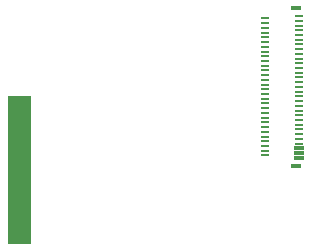
<source format=gts>
%TF.GenerationSoftware,KiCad,Pcbnew,9.0.3*%
%TF.CreationDate,2025-08-07T23:45:50+03:00*%
%TF.ProjectId,EVF_extender,4556465f-6578-4746-956e-6465722e6b69,rev?*%
%TF.SameCoordinates,Original*%
%TF.FileFunction,Soldermask,Top*%
%TF.FilePolarity,Negative*%
%FSLAX46Y46*%
G04 Gerber Fmt 4.6, Leading zero omitted, Abs format (unit mm)*
G04 Created by KiCad (PCBNEW 9.0.3) date 2025-08-07 23:45:50*
%MOMM*%
%LPD*%
G01*
G04 APERTURE LIST*
G04 Aperture macros list*
%AMRoundRect*
0 Rectangle with rounded corners*
0 $1 Rounding radius*
0 $2 $3 $4 $5 $6 $7 $8 $9 X,Y pos of 4 corners*
0 Add a 4 corners polygon primitive as box body*
4,1,4,$2,$3,$4,$5,$6,$7,$8,$9,$2,$3,0*
0 Add four circle primitives for the rounded corners*
1,1,$1+$1,$2,$3*
1,1,$1+$1,$4,$5*
1,1,$1+$1,$6,$7*
1,1,$1+$1,$8,$9*
0 Add four rect primitives between the rounded corners*
20,1,$1+$1,$2,$3,$4,$5,0*
20,1,$1+$1,$4,$5,$6,$7,0*
20,1,$1+$1,$6,$7,$8,$9,0*
20,1,$1+$1,$8,$9,$2,$3,0*%
G04 Aperture macros list end*
%ADD10C,0.100000*%
%ADD11R,0.950000X0.400000*%
%ADD12RoundRect,0.010000X0.400000X0.090000X-0.400000X0.090000X-0.400000X-0.090000X0.400000X-0.090000X0*%
%ADD13R,0.650000X0.180000*%
%ADD14R,0.800000X0.180000*%
%ADD15R,0.550000X0.180000*%
%ADD16R,0.700000X0.180000*%
G04 APERTURE END LIST*
D10*
%TO.C,J4*%
X134200000Y-91250000D02*
X132370000Y-91250000D01*
X132370000Y-78750000D01*
X134200000Y-78750000D01*
X134200000Y-91250000D01*
G36*
X134200000Y-91250000D02*
G01*
X132370000Y-91250000D01*
X132370000Y-78750000D01*
X134200000Y-78750000D01*
X134200000Y-91250000D01*
G37*
%TD*%
D11*
%TO.C,J3*%
X156735000Y-84700000D03*
X156735000Y-71300000D03*
D12*
X157010000Y-84000000D03*
D13*
X154135000Y-83800000D03*
D12*
X157010000Y-83600000D03*
D13*
X154135000Y-83400000D03*
D12*
X157010000Y-83200000D03*
D13*
X154135000Y-83000000D03*
D14*
X157010000Y-82800000D03*
D13*
X154135000Y-82600000D03*
D14*
X157010000Y-82400000D03*
D13*
X154135000Y-82200000D03*
D14*
X157010000Y-82000000D03*
D13*
X154135000Y-81800000D03*
D14*
X157010000Y-81600000D03*
D13*
X154135000Y-81400000D03*
D14*
X157010000Y-81200000D03*
D13*
X154135000Y-81000000D03*
D14*
X157010000Y-80800000D03*
D13*
X154135000Y-80600000D03*
D14*
X157010000Y-80400000D03*
D13*
X154135000Y-80200000D03*
D14*
X157010000Y-80000000D03*
D13*
X154135000Y-79800000D03*
D14*
X157010000Y-79600000D03*
D13*
X154135000Y-79400000D03*
D14*
X157010000Y-79200000D03*
D13*
X154135000Y-79000000D03*
D14*
X157010000Y-78800000D03*
D13*
X154135000Y-78600000D03*
D14*
X157010000Y-78400000D03*
D13*
X154135000Y-78200000D03*
D14*
X157010000Y-78000000D03*
D13*
X154135000Y-77800000D03*
D14*
X157010000Y-77600000D03*
D13*
X154135000Y-77400000D03*
D14*
X157010000Y-77200000D03*
D13*
X154135000Y-77000000D03*
D14*
X157010000Y-76800000D03*
D13*
X154135000Y-76600000D03*
D14*
X157010000Y-76400000D03*
D13*
X154135000Y-76200000D03*
D14*
X157010000Y-76000000D03*
D13*
X154135000Y-75800000D03*
D14*
X157010000Y-75600000D03*
D13*
X154135000Y-75400000D03*
D14*
X157010000Y-75200000D03*
D13*
X154135000Y-75000000D03*
D14*
X157010000Y-74800000D03*
D13*
X154135000Y-74600000D03*
D14*
X157010000Y-74400000D03*
D13*
X154135000Y-74200000D03*
D14*
X157010000Y-74000000D03*
D13*
X154135000Y-73800000D03*
D14*
X157010000Y-73600000D03*
D13*
X154135000Y-73400000D03*
D14*
X157010000Y-73200000D03*
D13*
X154135000Y-73000000D03*
D14*
X157010000Y-72800000D03*
D13*
X154135000Y-72600000D03*
D14*
X157010000Y-72400000D03*
D13*
X154135000Y-72200000D03*
D14*
X157010000Y-72000000D03*
%TD*%
D15*
%TO.C,J4*%
X132850000Y-79000000D03*
D16*
X133500000Y-79200000D03*
D15*
X132850000Y-79400000D03*
D16*
X133500000Y-79600000D03*
D15*
X132850000Y-79800000D03*
D16*
X133500000Y-80000000D03*
D15*
X132850000Y-80200000D03*
D16*
X133500000Y-80400000D03*
D15*
X132850000Y-80600000D03*
D16*
X133500000Y-80800000D03*
D15*
X132850000Y-81000000D03*
D16*
X133500000Y-81200000D03*
D15*
X132850000Y-81400000D03*
D16*
X133500000Y-81600000D03*
D15*
X132850000Y-81800000D03*
D16*
X133500000Y-82000000D03*
D15*
X132850000Y-82200000D03*
D16*
X133500000Y-82400000D03*
D15*
X132850000Y-82600000D03*
D16*
X133500000Y-82800000D03*
D15*
X132850000Y-83000000D03*
D16*
X133500000Y-83200000D03*
D15*
X132850000Y-83400000D03*
D16*
X133500000Y-83600000D03*
D15*
X132850000Y-83800000D03*
D16*
X133500000Y-84000000D03*
D15*
X132850000Y-84200000D03*
D16*
X133500000Y-84400000D03*
D15*
X132850000Y-84600000D03*
D16*
X133500000Y-84800000D03*
D15*
X132850000Y-85000000D03*
D16*
X133500000Y-85200000D03*
D15*
X132850000Y-85400000D03*
D16*
X133500000Y-85600000D03*
D15*
X132850000Y-85800000D03*
D16*
X133500000Y-86000000D03*
D15*
X132850000Y-86200000D03*
D16*
X133500000Y-86400000D03*
D15*
X132850000Y-86600000D03*
D16*
X133500000Y-86800000D03*
D15*
X132850000Y-87000000D03*
D16*
X133500000Y-87200000D03*
D15*
X132850000Y-87400000D03*
D16*
X133500000Y-87600000D03*
D15*
X132850000Y-87800000D03*
D16*
X133500000Y-88000000D03*
D15*
X132850000Y-88200000D03*
D16*
X133500000Y-88400000D03*
D15*
X132850000Y-88600000D03*
D16*
X133500000Y-88800000D03*
D15*
X132850000Y-89000000D03*
D16*
X133500000Y-89200000D03*
D15*
X132850000Y-89400000D03*
D16*
X133500000Y-89600000D03*
D15*
X132850000Y-89800000D03*
D16*
X133500000Y-90000000D03*
D15*
X132850000Y-90200000D03*
D16*
X133500000Y-90400000D03*
D15*
X132850000Y-90600000D03*
D16*
X133500000Y-90800000D03*
D15*
X132850000Y-91000000D03*
%TD*%
M02*

</source>
